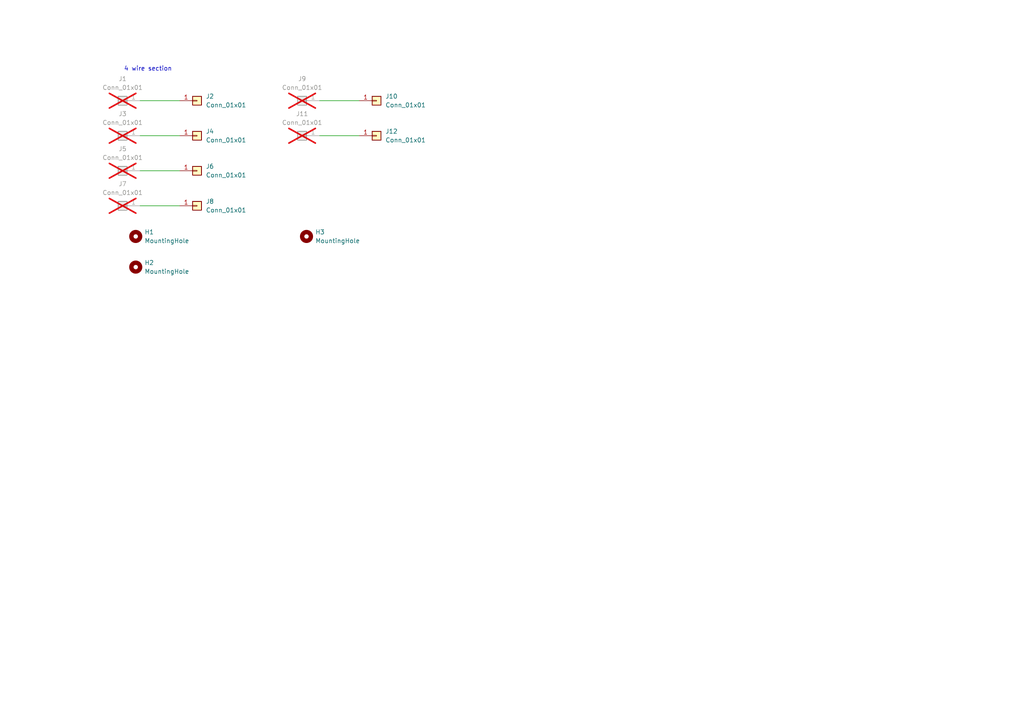
<source format=kicad_sch>
(kicad_sch (version 20231120) (generator "eeschema") (generator_version "8.0")
  (paper "A4")
  (lib_symbols
    (symbol "Connector_Generic:Conn_01x01" (pin_names (offset 1.016) hide)
      (property "Reference" "J" (at 0 2.54 0))
      (property "Value" "Conn_01x01" (at 0 -2.54 0))
      (symbol "Conn_01x01_1_1"
        (rectangle (start -1.27 0.127) (end 0 -0.127) (stroke (width 0.1524)))
        (rectangle (start -1.27 1.27) (end 1.27 -1.27) (stroke (width 0.254)) (fill (type background)))
        (pin passive line (at -5.08 0 0) (length 3.81) (name "Pin_1") (number "1"))
      )
    )
    (symbol "Mechanical:MountingHole" (pin_names (offset 1.016)) (exclude_from_sim yes) (in_bom no)
      (property "Reference" "H" (at 0 5.08 0))
      (property "Value" "MountingHole" (at 0 3.175 0))
      (symbol "MountingHole_0_1"
        (circle (center 0 0) (radius 1.27) (stroke (width 1.27)))
      )
    )
  )
  (wire (pts (xy 52.07 49.53) (xy 40.64 49.53)))
  (wire (pts (xy 104.14 39.37) (xy 92.71 39.37)))
  (wire (pts (xy 52.07 39.37) (xy 40.64 39.37)))
  (wire (pts (xy 104.14 29.21) (xy 92.71 29.21)))
  (wire (pts (xy 52.07 29.21) (xy 40.64 29.21)))
  (wire (pts (xy 52.07 59.69) (xy 40.64 59.69)))
  (text "4 wire section" (at 42.926 20.066 0) (effects (font (size 1.27 1.27))))
  (symbol (lib_id "Connector_Generic:Conn_01x01") (at 35.56 59.69 0) (mirror y) (unit 1) (dnp yes)
    (property "Reference" "J7" (at 35.56 53.34 0))
    (property "Value" "Conn_01x01" (at 35.56 55.88 0))
    (property "Footprint" "my-conn-pad:PinHeader_1x01_P2.54mm_Vertical" (effects (hide yes)))
    (property "Description" "Generic connector, single row, 01x01, script generated (kicad-library-utils/schlib/autogen/connector/)" (effects (hide yes)))
  )
  (symbol (lib_id "Connector_Generic:Conn_01x01") (at 87.63 29.21 0) (mirror y) (unit 1) (dnp yes)
    (property "Reference" "J9" (at 87.63 22.86 0))
    (property "Value" "Conn_01x01" (at 87.63 25.4 0))
    (property "Footprint" "my-conn-pad:PinHeader_1x01_P2.54mm_Vertical" (effects (hide yes)))
    (property "Description" "Generic connector, single row, 01x01, script generated (kicad-library-utils/schlib/autogen/connector/)" (effects (hide yes)))
  )
  (symbol (lib_id "Connector_Generic:Conn_01x01") (at 109.22 29.21 0) (unit 1)
    (property "Reference" "J10" (at 111.76 27.9399 0) (effects (justify left)))
    (property "Value" "Conn_01x01" (at 111.76 30.4799 0) (effects (justify left)))
    (property "Footprint" "my-conn-pad:PinHeader_1x01_P2.54mm_Vertical" (effects (hide yes)))
    (property "Description" "Generic connector, single row, 01x01, script generated (kicad-library-utils/schlib/autogen/connector/)" (effects (hide yes)))
  )
  (symbol (lib_id "Connector_Generic:Conn_01x01") (at 57.15 39.37 0) (unit 1)
    (property "Reference" "J4" (at 59.69 38.0999 0) (effects (justify left)))
    (property "Value" "Conn_01x01" (at 59.69 40.6399 0) (effects (justify left)))
    (property "Footprint" "my-conn-pad:PinHeader_1x01_P2.54mm_Vertical" (effects (hide yes)))
    (property "Description" "Generic connector, single row, 01x01, script generated (kicad-library-utils/schlib/autogen/connector/)" (effects (hide yes)))
  )
  (symbol (lib_id "Connector_Generic:Conn_01x01") (at 35.56 39.37 0) (mirror y) (unit 1) (dnp yes)
    (property "Reference" "J3" (at 35.56 33.02 0))
    (property "Value" "Conn_01x01" (at 35.56 35.56 0))
    (property "Footprint" "my-conn-pad:PinHeader_1x01_P2.54mm_Vertical" (effects (hide yes)))
    (property "Description" "Generic connector, single row, 01x01, script generated (kicad-library-utils/schlib/autogen/connector/)" (effects (hide yes)))
  )
  (symbol (lib_id "Mechanical:MountingHole") (at 39.37 68.58 0) (unit 1) (exclude_from_sim yes) (in_bom no)
    (property "Reference" "H1" (at 41.91 67.3099 0) (effects (justify left)))
    (property "Value" "MountingHole" (at 41.91 69.8499 0) (effects (justify left)))
    (property "Footprint" "my_mtg_hole:hole-440-nopad" (effects (hide yes)))
    (property "Description" "Mounting Hole without connection" (effects (hide yes)))
  )
  (symbol (lib_id "Connector_Generic:Conn_01x01") (at 57.15 29.21 0) (unit 1)
    (property "Reference" "J2" (at 59.69 27.9399 0) (effects (justify left)))
    (property "Value" "Conn_01x01" (at 59.69 30.4799 0) (effects (justify left)))
    (property "Footprint" "my-conn-pad:PinHeader_1x01_P2.54mm_Vertical" (effects (hide yes)))
    (property "Description" "Generic connector, single row, 01x01, script generated (kicad-library-utils/schlib/autogen/connector/)" (effects (hide yes)))
  )
  (symbol (lib_id "Connector_Generic:Conn_01x01") (at 35.56 29.21 0) (mirror y) (unit 1) (dnp yes)
    (property "Reference" "J1" (at 35.56 22.86 0))
    (property "Value" "Conn_01x01" (at 35.56 25.4 0))
    (property "Footprint" "my-conn-pad:PinHeader_1x01_P2.54mm_Vertical" (effects (hide yes)))
    (property "Description" "Generic connector, single row, 01x01, script generated (kicad-library-utils/schlib/autogen/connector/)" (effects (hide yes)))
  )
  (symbol (lib_id "Connector_Generic:Conn_01x01") (at 35.56 49.53 0) (mirror y) (unit 1) (dnp yes)
    (property "Reference" "J5" (at 35.56 43.18 0))
    (property "Value" "Conn_01x01" (at 35.56 45.72 0))
    (property "Footprint" "my-conn-pad:PinHeader_1x01_P2.54mm_Vertical" (effects (hide yes)))
    (property "Description" "Generic connector, single row, 01x01, script generated (kicad-library-utils/schlib/autogen/connector/)" (effects (hide yes)))
  )
  (symbol (lib_id "Connector_Generic:Conn_01x01") (at 109.22 39.37 0) (unit 1)
    (property "Reference" "J12" (at 111.76 38.0999 0) (effects (justify left)))
    (property "Value" "Conn_01x01" (at 111.76 40.6399 0) (effects (justify left)))
    (property "Footprint" "my-conn-pad:PinHeader_1x01_P2.54mm_Vertical" (effects (hide yes)))
    (property "Description" "Generic connector, single row, 01x01, script generated (kicad-library-utils/schlib/autogen/connector/)" (effects (hide yes)))
  )
  (symbol (lib_id "Mechanical:MountingHole") (at 39.37 77.47 0) (unit 1) (exclude_from_sim yes) (in_bom no)
    (property "Reference" "H2" (at 41.91 76.1999 0) (effects (justify left)))
    (property "Value" "MountingHole" (at 41.91 78.7399 0) (effects (justify left)))
    (property "Footprint" "my_mtg_hole:hole-440-nopad" (effects (hide yes)))
    (property "Description" "Mounting Hole without connection" (effects (hide yes)))
  )
  (symbol (lib_id "Connector_Generic:Conn_01x01") (at 87.63 39.37 0) (mirror y) (unit 1) (dnp yes)
    (property "Reference" "J11" (at 87.63 33.02 0))
    (property "Value" "Conn_01x01" (at 87.63 35.56 0))
    (property "Footprint" "my-conn-pad:PinHeader_1x01_P2.54mm_Vertical" (effects (hide yes)))
    (property "Description" "Generic connector, single row, 01x01, script generated (kicad-library-utils/schlib/autogen/connector/)" (effects (hide yes)))
  )
  (symbol (lib_id "Connector_Generic:Conn_01x01") (at 57.15 49.53 0) (unit 1)
    (property "Reference" "J6" (at 59.69 48.2599 0) (effects (justify left)))
    (property "Value" "Conn_01x01" (at 59.69 50.7999 0) (effects (justify left)))
    (property "Footprint" "my-conn-pad:PinHeader_1x01_P2.54mm_Vertical" (effects (hide yes)))
    (property "Description" "Generic connector, single row, 01x01, script generated (kicad-library-utils/schlib/autogen/connector/)" (effects (hide yes)))
  )
  (symbol (lib_id "Connector_Generic:Conn_01x01") (at 57.15 59.69 0) (unit 1)
    (property "Reference" "J8" (at 59.69 58.4199 0) (effects (justify left)))
    (property "Value" "Conn_01x01" (at 59.69 60.9599 0) (effects (justify left)))
    (property "Footprint" "my-conn-pad:PinHeader_1x01_P2.54mm_Vertical" (effects (hide yes)))
    (property "Description" "Generic connector, single row, 01x01, script generated (kicad-library-utils/schlib/autogen/connector/)" (effects (hide yes)))
  )
  (symbol (lib_id "Mechanical:MountingHole") (at 88.9 68.58 0) (unit 1) (exclude_from_sim yes) (in_bom no)
    (property "Reference" "H3" (at 91.44 67.3099 0) (effects (justify left)))
    (property "Value" "MountingHole" (at 91.44 69.8499 0) (effects (justify left)))
    (property "Footprint" "my_mtg_hole:hole-440-nopad" (effects (hide yes)))
    (property "Description" "Mounting Hole without connection" (effects (hide yes)))
  )
)
</source>
